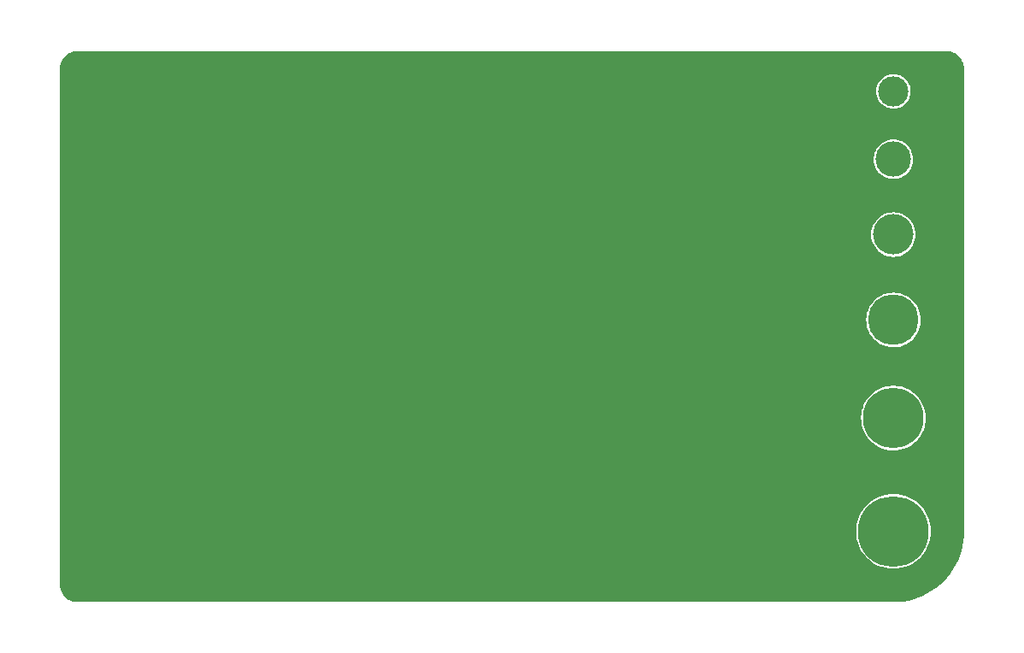
<source format=gbr>
%TF.GenerationSoftware,KiCad,Pcbnew,(6.0.0)*%
%TF.CreationDate,2022-07-14T20:59:07+12:00*%
%TF.ProjectId,BUSINESS_CARD,42555349-4e45-4535-935f-434152442e6b,0A*%
%TF.SameCoordinates,Original*%
%TF.FileFunction,Copper,L1,Top*%
%TF.FilePolarity,Positive*%
%FSLAX46Y46*%
G04 Gerber Fmt 4.6, Leading zero omitted, Abs format (unit mm)*
G04 Created by KiCad (PCBNEW (6.0.0)) date 2022-07-14 20:59:07*
%MOMM*%
%LPD*%
G01*
G04 APERTURE LIST*
%TA.AperFunction,ComponentPad*%
%ADD10C,3.000000*%
%TD*%
%TA.AperFunction,ComponentPad*%
%ADD11C,3.500000*%
%TD*%
%TA.AperFunction,ComponentPad*%
%ADD12C,5.000000*%
%TD*%
%TA.AperFunction,ComponentPad*%
%ADD13C,4.000000*%
%TD*%
%TA.AperFunction,ComponentPad*%
%ADD14C,6.000000*%
%TD*%
%TA.AperFunction,ComponentPad*%
%ADD15C,7.000000*%
%TD*%
G04 APERTURE END LIST*
D10*
%TO.P,H1,1*%
%TO.N,N/C*%
X237786000Y-126714000D03*
%TD*%
D11*
%TO.P,H2,1*%
%TO.N,N/C*%
X237786000Y-133429000D03*
%TD*%
D12*
%TO.P,H4,1*%
%TO.N,N/C*%
X237786000Y-149357000D03*
%TD*%
D13*
%TO.P,H3,1*%
%TO.N,N/C*%
X237786000Y-140893000D03*
%TD*%
D14*
%TO.P,H5,1*%
%TO.N,N/C*%
X237786000Y-159071000D03*
%TD*%
D15*
%TO.P,H6,1*%
%TO.N,N/C*%
X237786000Y-170286000D03*
%TD*%
%TA.AperFunction,NonConductor*%
G36*
X242988227Y-122702518D02*
G01*
X242999642Y-122705143D01*
X243010517Y-122702682D01*
X243021664Y-122702702D01*
X243021664Y-122702863D01*
X243031669Y-122702076D01*
X243103759Y-122706801D01*
X243228475Y-122714975D01*
X243241302Y-122716663D01*
X243459516Y-122760068D01*
X243472016Y-122763418D01*
X243682691Y-122834933D01*
X243694653Y-122839889D01*
X243776954Y-122880475D01*
X243894180Y-122938284D01*
X243905386Y-122944753D01*
X244090385Y-123068365D01*
X244100639Y-123076233D01*
X244267914Y-123222930D01*
X244277069Y-123232085D01*
X244423767Y-123399361D01*
X244431635Y-123409615D01*
X244555247Y-123594614D01*
X244561716Y-123605820D01*
X244660111Y-123805346D01*
X244665067Y-123817309D01*
X244736581Y-124027980D01*
X244739933Y-124040489D01*
X244783336Y-124258691D01*
X244785026Y-124271530D01*
X244797891Y-124467816D01*
X244797101Y-124477628D01*
X244797375Y-124477628D01*
X244797355Y-124488778D01*
X244794857Y-124499642D01*
X244797317Y-124510514D01*
X244797317Y-124510516D01*
X244797559Y-124511583D01*
X244800000Y-124533432D01*
X244800000Y-170252040D01*
X244797482Y-170274227D01*
X244794857Y-170285642D01*
X244797317Y-170296514D01*
X244797308Y-170301702D01*
X244798851Y-170318167D01*
X244782255Y-170782837D01*
X244781751Y-170789886D01*
X244728985Y-171280684D01*
X244727979Y-171287679D01*
X244640336Y-171773453D01*
X244638834Y-171780358D01*
X244516759Y-172258645D01*
X244514768Y-172265426D01*
X244358881Y-172733788D01*
X244356411Y-172740409D01*
X244167510Y-173196459D01*
X244164574Y-173202888D01*
X243943623Y-173644289D01*
X243940236Y-173650492D01*
X243688360Y-174075007D01*
X243684540Y-174080952D01*
X243403011Y-174486431D01*
X243398776Y-174492088D01*
X243089046Y-174876440D01*
X243084425Y-174881773D01*
X242840067Y-175144233D01*
X242748057Y-175243059D01*
X242743066Y-175248050D01*
X242381773Y-175584425D01*
X242376448Y-175589039D01*
X242187493Y-175741309D01*
X241992088Y-175898776D01*
X241986433Y-175903010D01*
X241807195Y-176027457D01*
X241580952Y-176184540D01*
X241575010Y-176188358D01*
X241441036Y-176267849D01*
X241150492Y-176440236D01*
X241144289Y-176443623D01*
X240983198Y-176524260D01*
X240702881Y-176664577D01*
X240696459Y-176667510D01*
X240240409Y-176856411D01*
X240233788Y-176858881D01*
X240038859Y-176923760D01*
X239765418Y-177014770D01*
X239758653Y-177016757D01*
X239280353Y-177138835D01*
X239273457Y-177140335D01*
X238787668Y-177227981D01*
X238780695Y-177228983D01*
X238499016Y-177259267D01*
X238289886Y-177281751D01*
X238282837Y-177282255D01*
X237989056Y-177292748D01*
X237818692Y-177298833D01*
X237803329Y-177297366D01*
X237797221Y-177297355D01*
X237786358Y-177294857D01*
X237775486Y-177297317D01*
X237775484Y-177297317D01*
X237774417Y-177297559D01*
X237752568Y-177300000D01*
X157033960Y-177300000D01*
X157011773Y-177297482D01*
X157000358Y-177294857D01*
X156989483Y-177297318D01*
X156978336Y-177297298D01*
X156978336Y-177297137D01*
X156968331Y-177297924D01*
X156896241Y-177293199D01*
X156771525Y-177285025D01*
X156758698Y-177283337D01*
X156540484Y-177239932D01*
X156527984Y-177236582D01*
X156317308Y-177165067D01*
X156305346Y-177160111D01*
X156284304Y-177149734D01*
X156105820Y-177061716D01*
X156094614Y-177055247D01*
X155909615Y-176931635D01*
X155899361Y-176923767D01*
X155732085Y-176777069D01*
X155722930Y-176767914D01*
X155708997Y-176752027D01*
X155576233Y-176600639D01*
X155568365Y-176590385D01*
X155444753Y-176405386D01*
X155438284Y-176394180D01*
X155380475Y-176276954D01*
X155339889Y-176194653D01*
X155334933Y-176182691D01*
X155263419Y-175972020D01*
X155260067Y-175959511D01*
X155216663Y-175741302D01*
X155214974Y-175728470D01*
X155205691Y-175586827D01*
X155202109Y-175532181D01*
X155202899Y-175522372D01*
X155202625Y-175522372D01*
X155202645Y-175511222D01*
X155205143Y-175500358D01*
X155202683Y-175489486D01*
X155202683Y-175489484D01*
X155202441Y-175488417D01*
X155200000Y-175466568D01*
X155200000Y-170286000D01*
X234080422Y-170286000D01*
X234100722Y-170673338D01*
X234161398Y-171056433D01*
X234261786Y-171431087D01*
X234400786Y-171793194D01*
X234576875Y-172138789D01*
X234578286Y-172140961D01*
X234578289Y-172140967D01*
X234786707Y-172461903D01*
X234786713Y-172461911D01*
X234788124Y-172464084D01*
X235032219Y-172765516D01*
X235306484Y-173039781D01*
X235607916Y-173283876D01*
X235610089Y-173285287D01*
X235610097Y-173285293D01*
X235931033Y-173493711D01*
X235931039Y-173493714D01*
X235933211Y-173495125D01*
X236278806Y-173671214D01*
X236640913Y-173810214D01*
X236643416Y-173810885D01*
X236643417Y-173810885D01*
X237013058Y-173909930D01*
X237013063Y-173909931D01*
X237015567Y-173910602D01*
X237018138Y-173911009D01*
X237018137Y-173911009D01*
X237396096Y-173970872D01*
X237396104Y-173970873D01*
X237398662Y-173971278D01*
X237786000Y-173991578D01*
X238173338Y-173971278D01*
X238175896Y-173970873D01*
X238175904Y-173970872D01*
X238553863Y-173911009D01*
X238553862Y-173911009D01*
X238556433Y-173910602D01*
X238558937Y-173909931D01*
X238558942Y-173909930D01*
X238928583Y-173810885D01*
X238928584Y-173810885D01*
X238931087Y-173810214D01*
X239293194Y-173671214D01*
X239638789Y-173495125D01*
X239640961Y-173493714D01*
X239640967Y-173493711D01*
X239961903Y-173285293D01*
X239961911Y-173285287D01*
X239964084Y-173283876D01*
X240265516Y-173039781D01*
X240539781Y-172765516D01*
X240783876Y-172464084D01*
X240785287Y-172461911D01*
X240785293Y-172461903D01*
X240993711Y-172140967D01*
X240993714Y-172140961D01*
X240995125Y-172138789D01*
X241171214Y-171793194D01*
X241310214Y-171431087D01*
X241410602Y-171056433D01*
X241471278Y-170673338D01*
X241491578Y-170286000D01*
X241471278Y-169898662D01*
X241410602Y-169515567D01*
X241310214Y-169140913D01*
X241171214Y-168778806D01*
X240995125Y-168433211D01*
X240993711Y-168431033D01*
X240785293Y-168110097D01*
X240785287Y-168110089D01*
X240783876Y-168107916D01*
X240539781Y-167806484D01*
X240265516Y-167532219D01*
X239964084Y-167288124D01*
X239961911Y-167286713D01*
X239961903Y-167286707D01*
X239640967Y-167078289D01*
X239640961Y-167078286D01*
X239638789Y-167076875D01*
X239293194Y-166900786D01*
X238931087Y-166761786D01*
X238928583Y-166761115D01*
X238558942Y-166662070D01*
X238558937Y-166662069D01*
X238556433Y-166661398D01*
X238515884Y-166654976D01*
X238175904Y-166601128D01*
X238175896Y-166601127D01*
X238173338Y-166600722D01*
X237786000Y-166580422D01*
X237398662Y-166600722D01*
X237396104Y-166601127D01*
X237396096Y-166601128D01*
X237056116Y-166654976D01*
X237015567Y-166661398D01*
X237013063Y-166662069D01*
X237013058Y-166662070D01*
X236643417Y-166761115D01*
X236640913Y-166761786D01*
X236278806Y-166900786D01*
X235933211Y-167076875D01*
X235931039Y-167078286D01*
X235931033Y-167078289D01*
X235610097Y-167286707D01*
X235610089Y-167286713D01*
X235607916Y-167288124D01*
X235306484Y-167532219D01*
X235032219Y-167806484D01*
X234788124Y-168107916D01*
X234786713Y-168110089D01*
X234786707Y-168110097D01*
X234578289Y-168431033D01*
X234576875Y-168433211D01*
X234400786Y-168778806D01*
X234261786Y-169140913D01*
X234161398Y-169515567D01*
X234100722Y-169898662D01*
X234080422Y-170286000D01*
X155200000Y-170286000D01*
X155200000Y-159026244D01*
X234580769Y-159026244D01*
X234595756Y-159383806D01*
X234596177Y-159386528D01*
X234596178Y-159386534D01*
X234616395Y-159517125D01*
X234650506Y-159737470D01*
X234744337Y-160082827D01*
X234745355Y-160085399D01*
X234745357Y-160085404D01*
X234795414Y-160211833D01*
X234876080Y-160415572D01*
X235044093Y-160731558D01*
X235045655Y-160733839D01*
X235244713Y-161024558D01*
X235244719Y-161024566D01*
X235246281Y-161026847D01*
X235480125Y-161297757D01*
X235742710Y-161540913D01*
X236030763Y-161753284D01*
X236340693Y-161932222D01*
X236473481Y-161990236D01*
X236666114Y-162074396D01*
X236666118Y-162074398D01*
X236668637Y-162075498D01*
X236671263Y-162076311D01*
X236671266Y-162076312D01*
X237007868Y-162180508D01*
X237007877Y-162180510D01*
X237010509Y-162181325D01*
X237362046Y-162248384D01*
X237718868Y-162275840D01*
X237721620Y-162275744D01*
X237721625Y-162275744D01*
X237956591Y-162267538D01*
X238076527Y-162263350D01*
X238430564Y-162211071D01*
X238433233Y-162210366D01*
X238433237Y-162210365D01*
X238773907Y-162120356D01*
X238773910Y-162120355D01*
X238776567Y-162119653D01*
X239110224Y-161990236D01*
X239427375Y-161824433D01*
X239724068Y-161624311D01*
X239726181Y-161622513D01*
X239994501Y-161394155D01*
X239994505Y-161394152D01*
X239996605Y-161392364D01*
X239998490Y-161390357D01*
X239998496Y-161390351D01*
X240239692Y-161133502D01*
X240241588Y-161131483D01*
X240321579Y-161024558D01*
X240454305Y-160847139D01*
X240455965Y-160844920D01*
X240457361Y-160842540D01*
X240457366Y-160842533D01*
X240635663Y-160538631D01*
X240637062Y-160536247D01*
X240782624Y-160209311D01*
X240890835Y-159868186D01*
X240916189Y-159740140D01*
X240959811Y-159519834D01*
X240959812Y-159519827D01*
X240960347Y-159517125D01*
X240990293Y-159160504D01*
X240991543Y-159071000D01*
X240971566Y-158713682D01*
X240911883Y-158360817D01*
X240813239Y-158016804D01*
X240676863Y-157685931D01*
X240504455Y-157372321D01*
X240298163Y-157079884D01*
X240060560Y-156812265D01*
X240058511Y-156810421D01*
X240058507Y-156810416D01*
X239927037Y-156692041D01*
X239794605Y-156572799D01*
X239721251Y-156520283D01*
X239505871Y-156366085D01*
X239505866Y-156366082D01*
X239503616Y-156364471D01*
X239191218Y-156189877D01*
X239188670Y-156188806D01*
X239188662Y-156188802D01*
X238987034Y-156104046D01*
X238861304Y-156051194D01*
X238517989Y-155950151D01*
X238297731Y-155911313D01*
X238168267Y-155888485D01*
X238168262Y-155888484D01*
X238165549Y-155888006D01*
X237808379Y-155865535D01*
X237805618Y-155865670D01*
X237805614Y-155865670D01*
X237499171Y-155880658D01*
X237450930Y-155883017D01*
X237097657Y-155940235D01*
X236752963Y-156036475D01*
X236592989Y-156101109D01*
X236423707Y-156169503D01*
X236423703Y-156169505D01*
X236421146Y-156170538D01*
X236382879Y-156191229D01*
X236108770Y-156339439D01*
X236108761Y-156339444D01*
X236106341Y-156340753D01*
X235812471Y-156544998D01*
X235543199Y-156780727D01*
X235301882Y-157045003D01*
X235091528Y-157334531D01*
X235090161Y-157336938D01*
X235090160Y-157336939D01*
X234916125Y-157643294D01*
X234916121Y-157643301D01*
X234914757Y-157645703D01*
X234913668Y-157648245D01*
X234913664Y-157648252D01*
X234832766Y-157837004D01*
X234773775Y-157974640D01*
X234772979Y-157977275D01*
X234772978Y-157977279D01*
X234761045Y-158016804D01*
X234670337Y-158317242D01*
X234669841Y-158319945D01*
X234669839Y-158319953D01*
X234606233Y-158666518D01*
X234605734Y-158669239D01*
X234580769Y-159026244D01*
X155200000Y-159026244D01*
X155200000Y-149328669D01*
X235080712Y-149328669D01*
X235080860Y-149331643D01*
X235080860Y-149331648D01*
X235082122Y-149357000D01*
X235096902Y-149653879D01*
X235152045Y-149974789D01*
X235245341Y-150286749D01*
X235375439Y-150585242D01*
X235376951Y-150587814D01*
X235376953Y-150587818D01*
X235421076Y-150662873D01*
X235540455Y-150865944D01*
X235737998Y-151124788D01*
X235965208Y-151358025D01*
X235967526Y-151359892D01*
X235967527Y-151359893D01*
X236216461Y-151560399D01*
X236216466Y-151560403D01*
X236218792Y-151562276D01*
X236221322Y-151563854D01*
X236221325Y-151563856D01*
X236359566Y-151650070D01*
X236495078Y-151734583D01*
X236790063Y-151872451D01*
X237099474Y-151973881D01*
X237102401Y-151974463D01*
X237102404Y-151974464D01*
X237415912Y-152036825D01*
X237415919Y-152036826D01*
X237418830Y-152037405D01*
X237421792Y-152037630D01*
X237421797Y-152037631D01*
X237740531Y-152061876D01*
X237740535Y-152061876D01*
X237743505Y-152062102D01*
X237855445Y-152057117D01*
X238065819Y-152047748D01*
X238065827Y-152047747D01*
X238068795Y-152047615D01*
X238389989Y-151994154D01*
X238626683Y-151924716D01*
X238699561Y-151903336D01*
X238699563Y-151903335D01*
X238702434Y-151902493D01*
X238705183Y-151901312D01*
X238998865Y-151775136D01*
X238998868Y-151775134D01*
X239001604Y-151773959D01*
X239283165Y-151610415D01*
X239285537Y-151608624D01*
X239285545Y-151608619D01*
X239540669Y-151416020D01*
X239540670Y-151416019D01*
X239543040Y-151414230D01*
X239777464Y-151188245D01*
X239983040Y-150935733D01*
X240156792Y-150660354D01*
X240296202Y-150366095D01*
X240399251Y-150057218D01*
X240399848Y-150054298D01*
X240463849Y-149741123D01*
X240463850Y-149741114D01*
X240464446Y-149738199D01*
X240471065Y-149656820D01*
X240490701Y-149415409D01*
X240490702Y-149415397D01*
X240490843Y-149413658D01*
X240491436Y-149357000D01*
X240471841Y-149031977D01*
X240413342Y-148711663D01*
X240316784Y-148400696D01*
X240183567Y-148103582D01*
X240015621Y-147824624D01*
X239815377Y-147567863D01*
X239585738Y-147337018D01*
X239474627Y-147249425D01*
X239332374Y-147137281D01*
X239332367Y-147137276D01*
X239330029Y-147135433D01*
X239051954Y-146966029D01*
X239020428Y-146951695D01*
X238758261Y-146832494D01*
X238758257Y-146832493D01*
X238755542Y-146831258D01*
X238445085Y-146733073D01*
X238442155Y-146732522D01*
X238128012Y-146673448D01*
X238128009Y-146673448D01*
X238125081Y-146672897D01*
X237800166Y-146651601D01*
X237797185Y-146651765D01*
X237797178Y-146651765D01*
X237478022Y-146669330D01*
X237478019Y-146669330D01*
X237475045Y-146669494D01*
X237154429Y-146726315D01*
X237151571Y-146727186D01*
X237151567Y-146727187D01*
X237019079Y-146767567D01*
X236842961Y-146821244D01*
X236840235Y-146822449D01*
X236840230Y-146822451D01*
X236547885Y-146951695D01*
X236545153Y-146952903D01*
X236265319Y-147119386D01*
X236007513Y-147318282D01*
X235775469Y-147546710D01*
X235572548Y-147801360D01*
X235401690Y-148078544D01*
X235265369Y-148374247D01*
X235165560Y-148684185D01*
X235164995Y-148687104D01*
X235164995Y-148687105D01*
X235160795Y-148708816D01*
X235103709Y-149003870D01*
X235080712Y-149328669D01*
X155200000Y-149328669D01*
X155200000Y-140893000D01*
X235580778Y-140893000D01*
X235599644Y-141180839D01*
X235655919Y-141463753D01*
X235748641Y-141736902D01*
X235876222Y-141995611D01*
X236036480Y-142235454D01*
X236226673Y-142452327D01*
X236443546Y-142642520D01*
X236683389Y-142802778D01*
X236942098Y-142930359D01*
X237215247Y-143023081D01*
X237498161Y-143079356D01*
X237501383Y-143079567D01*
X237501389Y-143079568D01*
X237782766Y-143098010D01*
X237786000Y-143098222D01*
X237789234Y-143098010D01*
X238070611Y-143079568D01*
X238070617Y-143079567D01*
X238073839Y-143079356D01*
X238356753Y-143023081D01*
X238629902Y-142930359D01*
X238888611Y-142802778D01*
X239128454Y-142642520D01*
X239345327Y-142452327D01*
X239535520Y-142235454D01*
X239695778Y-141995611D01*
X239823359Y-141736902D01*
X239916081Y-141463753D01*
X239972356Y-141180839D01*
X239991222Y-140893000D01*
X239972356Y-140605161D01*
X239916081Y-140322247D01*
X239823359Y-140049098D01*
X239695778Y-139790389D01*
X239535520Y-139550546D01*
X239345327Y-139333673D01*
X239128454Y-139143480D01*
X238888611Y-138983222D01*
X238629902Y-138855641D01*
X238356753Y-138762919D01*
X238073839Y-138706644D01*
X238070617Y-138706433D01*
X238070611Y-138706432D01*
X237789234Y-138687990D01*
X237786000Y-138687778D01*
X237782766Y-138687990D01*
X237501389Y-138706432D01*
X237501383Y-138706433D01*
X237498161Y-138706644D01*
X237215247Y-138762919D01*
X236942098Y-138855641D01*
X236683389Y-138983222D01*
X236443546Y-139143480D01*
X236226673Y-139333673D01*
X236036480Y-139550546D01*
X235876222Y-139790389D01*
X235748641Y-140049098D01*
X235655919Y-140322247D01*
X235599644Y-140605161D01*
X235580778Y-140893000D01*
X155200000Y-140893000D01*
X155200000Y-133367577D01*
X235831483Y-133367577D01*
X235831620Y-133371068D01*
X235831620Y-133371073D01*
X235836378Y-133492154D01*
X235842327Y-133643583D01*
X235891953Y-133915309D01*
X235979370Y-134177331D01*
X236102834Y-134424421D01*
X236259882Y-134651651D01*
X236447380Y-134854485D01*
X236450090Y-134856692D01*
X236450094Y-134856695D01*
X236658878Y-135026671D01*
X236661588Y-135028877D01*
X236898230Y-135171347D01*
X237152585Y-135279053D01*
X237419579Y-135349845D01*
X237423052Y-135350256D01*
X237423057Y-135350257D01*
X237634048Y-135375229D01*
X237693884Y-135382311D01*
X237697373Y-135382229D01*
X237697378Y-135382229D01*
X237823041Y-135379268D01*
X237970027Y-135375804D01*
X238242498Y-135330452D01*
X238245830Y-135329398D01*
X238245835Y-135329397D01*
X238402180Y-135279951D01*
X238505861Y-135247161D01*
X238509019Y-135245645D01*
X238509023Y-135245643D01*
X238751703Y-135129110D01*
X238751709Y-135129107D01*
X238754861Y-135127593D01*
X238984529Y-134974134D01*
X238987137Y-134971798D01*
X238987141Y-134971795D01*
X239187672Y-134792184D01*
X239187675Y-134792181D01*
X239190283Y-134789845D01*
X239368018Y-134578403D01*
X239464050Y-134424421D01*
X239512336Y-134346998D01*
X239512337Y-134346995D01*
X239514188Y-134344028D01*
X239625875Y-134091396D01*
X239700853Y-133825547D01*
X239737623Y-133551786D01*
X239741482Y-133429000D01*
X239737381Y-133371073D01*
X239722220Y-133156963D01*
X239721973Y-133153470D01*
X239663837Y-132883438D01*
X239568233Y-132624291D01*
X239539990Y-132571947D01*
X239438729Y-132384278D01*
X239438728Y-132384276D01*
X239437068Y-132381200D01*
X239401378Y-132332879D01*
X239275038Y-132161830D01*
X239272960Y-132159016D01*
X239079183Y-131962171D01*
X239024238Y-131920238D01*
X238862390Y-131796720D01*
X238862388Y-131796719D01*
X238859604Y-131794594D01*
X238618604Y-131659627D01*
X238615349Y-131658368D01*
X238615341Y-131658364D01*
X238471783Y-131602826D01*
X238360991Y-131559964D01*
X238357585Y-131559174D01*
X238357580Y-131559173D01*
X238190574Y-131520463D01*
X238091905Y-131497593D01*
X237876177Y-131478909D01*
X237820203Y-131474061D01*
X237820202Y-131474061D01*
X237816715Y-131473759D01*
X237698565Y-131480262D01*
X237544412Y-131488745D01*
X237544406Y-131488746D01*
X237540913Y-131488938D01*
X237270001Y-131542825D01*
X237009384Y-131634347D01*
X236872053Y-131705685D01*
X236767369Y-131760064D01*
X236767363Y-131760068D01*
X236764263Y-131761678D01*
X236761415Y-131763713D01*
X236761412Y-131763715D01*
X236542379Y-131920238D01*
X236542376Y-131920241D01*
X236539529Y-131922275D01*
X236536996Y-131924691D01*
X236536994Y-131924693D01*
X236342203Y-132110514D01*
X236342197Y-132110521D01*
X236339665Y-132112936D01*
X236168659Y-132329856D01*
X236029923Y-132568707D01*
X235926226Y-132824723D01*
X235859636Y-133092796D01*
X235859279Y-133096277D01*
X235859279Y-133096279D01*
X235853420Y-133153470D01*
X235831483Y-133367577D01*
X155200000Y-133367577D01*
X155200000Y-126669361D01*
X236081316Y-126669361D01*
X236093443Y-126921820D01*
X236142752Y-127169713D01*
X236228160Y-127407595D01*
X236347792Y-127630240D01*
X236499018Y-127832756D01*
X236678517Y-128010696D01*
X236681476Y-128012866D01*
X236681480Y-128012869D01*
X236788332Y-128091215D01*
X236882346Y-128160149D01*
X237106026Y-128277833D01*
X237109497Y-128279045D01*
X237109499Y-128279046D01*
X237191897Y-128307820D01*
X237344644Y-128361162D01*
X237592958Y-128408306D01*
X237730408Y-128413706D01*
X237841843Y-128418085D01*
X237841846Y-128418085D01*
X237845513Y-128418229D01*
X238096760Y-128390713D01*
X238218971Y-128358538D01*
X238337635Y-128327297D01*
X238337640Y-128327295D01*
X238341181Y-128326363D01*
X238573405Y-128226591D01*
X238576532Y-128224656D01*
X238785205Y-128095526D01*
X238785210Y-128095522D01*
X238788331Y-128093591D01*
X238981238Y-127930283D01*
X239069351Y-127829810D01*
X239145462Y-127743023D01*
X239145466Y-127743018D01*
X239147888Y-127740256D01*
X239284619Y-127527684D01*
X239337257Y-127410833D01*
X239386918Y-127300588D01*
X239388428Y-127297236D01*
X239457034Y-127053976D01*
X239488931Y-126803247D01*
X239491268Y-126714000D01*
X239491084Y-126711527D01*
X239491084Y-126711517D01*
X239472809Y-126465599D01*
X239472808Y-126465593D01*
X239472537Y-126461945D01*
X239416756Y-126215428D01*
X239325150Y-125979863D01*
X239199731Y-125760426D01*
X239043255Y-125561938D01*
X239040582Y-125559424D01*
X239040577Y-125559418D01*
X238861832Y-125391272D01*
X238859160Y-125388758D01*
X238651489Y-125244691D01*
X238606569Y-125222539D01*
X238428107Y-125134531D01*
X238428103Y-125134529D01*
X238424805Y-125132903D01*
X238421303Y-125131782D01*
X238421298Y-125131780D01*
X238276106Y-125085304D01*
X238184087Y-125055849D01*
X238180472Y-125055260D01*
X238180471Y-125055260D01*
X237938241Y-125015810D01*
X237938240Y-125015810D01*
X237934624Y-125015221D01*
X237930961Y-125015173D01*
X237930960Y-125015173D01*
X237808260Y-125013567D01*
X237681896Y-125011913D01*
X237678268Y-125012407D01*
X237678264Y-125012407D01*
X237518698Y-125034123D01*
X237431455Y-125045996D01*
X237188803Y-125116723D01*
X236959270Y-125222539D01*
X236747899Y-125361120D01*
X236559333Y-125529421D01*
X236556986Y-125532243D01*
X236556985Y-125532244D01*
X236400067Y-125720918D01*
X236397715Y-125723746D01*
X236266595Y-125939825D01*
X236168854Y-126172911D01*
X236106639Y-126417883D01*
X236081316Y-126669361D01*
X155200000Y-126669361D01*
X155200000Y-124533960D01*
X155202518Y-124511773D01*
X155202562Y-124511583D01*
X155205143Y-124500358D01*
X155202682Y-124489483D01*
X155202702Y-124478336D01*
X155202863Y-124478336D01*
X155202076Y-124468331D01*
X155214974Y-124271531D01*
X155216664Y-124258691D01*
X155260067Y-124040489D01*
X155263419Y-124027980D01*
X155334933Y-123817309D01*
X155339889Y-123805346D01*
X155438284Y-123605820D01*
X155444753Y-123594614D01*
X155568365Y-123409615D01*
X155576233Y-123399361D01*
X155722931Y-123232085D01*
X155732086Y-123222930D01*
X155899361Y-123076233D01*
X155909615Y-123068365D01*
X156094614Y-122944753D01*
X156105820Y-122938284D01*
X156223046Y-122880475D01*
X156305347Y-122839889D01*
X156317309Y-122834933D01*
X156527984Y-122763418D01*
X156540484Y-122760068D01*
X156758698Y-122716663D01*
X156771523Y-122714975D01*
X156967819Y-122702109D01*
X156977628Y-122702899D01*
X156977628Y-122702625D01*
X156988778Y-122702645D01*
X156999642Y-122705143D01*
X157010514Y-122702683D01*
X157010516Y-122702683D01*
X157011583Y-122702441D01*
X157033432Y-122700000D01*
X242966040Y-122700000D01*
X242988227Y-122702518D01*
G37*
%TD.AperFunction*%
M02*

</source>
